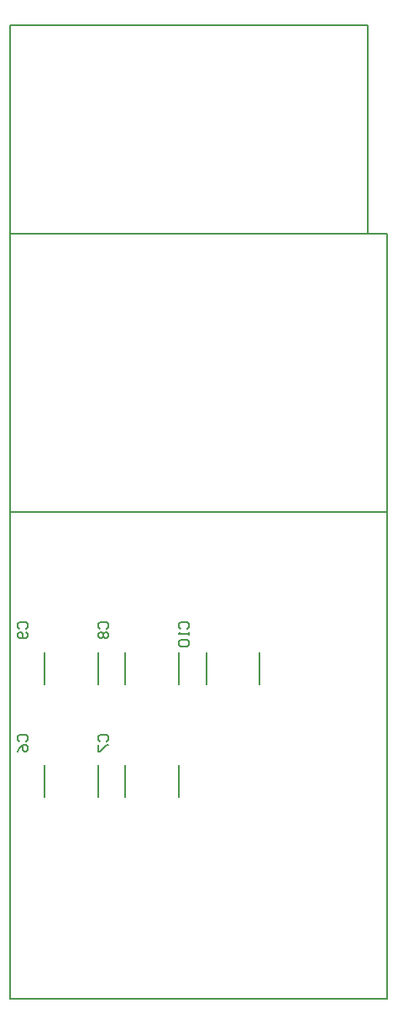
<source format=gbo>
G04*
G04 #@! TF.GenerationSoftware,Altium Limited,Altium Designer,18.1.9 (240)*
G04*
G04 Layer_Color=32896*
%FSLAX44Y44*%
%MOMM*%
G71*
G01*
G75*
%ADD40C,0.2000*%
%ADD46C,0.1270*%
D40*
X171755Y382718D02*
X170089Y384384D01*
Y387716D01*
X171755Y389382D01*
X178420D01*
X180086Y387716D01*
Y384384D01*
X178420Y382718D01*
X180086Y379385D02*
Y376053D01*
Y377719D01*
X170089D01*
X171755Y379385D01*
Y371055D02*
X170089Y369389D01*
Y366056D01*
X171755Y364390D01*
X178420D01*
X180086Y366056D01*
Y369389D01*
X178420Y371055D01*
X171755D01*
X9195Y382718D02*
X7529Y384384D01*
Y387716D01*
X9195Y389382D01*
X15860D01*
X17526Y387716D01*
Y384384D01*
X15860Y382718D01*
Y379385D02*
X17526Y377719D01*
Y374387D01*
X15860Y372721D01*
X9195D01*
X7529Y374387D01*
Y377719D01*
X9195Y379385D01*
X10862D01*
X12528Y377719D01*
Y372721D01*
X90475Y382718D02*
X88809Y384384D01*
Y387716D01*
X90475Y389382D01*
X97140D01*
X98806Y387716D01*
Y384384D01*
X97140Y382718D01*
X90475Y379385D02*
X88809Y377719D01*
Y374387D01*
X90475Y372721D01*
X92142D01*
X93808Y374387D01*
X95474Y372721D01*
X97140D01*
X98806Y374387D01*
Y377719D01*
X97140Y379385D01*
X95474D01*
X93808Y377719D01*
X92142Y379385D01*
X90475D01*
X93808Y377719D02*
Y374387D01*
X90475Y268671D02*
X88809Y270338D01*
Y273670D01*
X90475Y275336D01*
X97140D01*
X98806Y273670D01*
Y270338D01*
X97140Y268671D01*
X88809Y265339D02*
Y258675D01*
X90475D01*
X97140Y265339D01*
X98806D01*
X9195Y268671D02*
X7529Y270338D01*
Y273670D01*
X9195Y275336D01*
X15860D01*
X17526Y273670D01*
Y270338D01*
X15860Y268671D01*
X7529Y258675D02*
X9195Y262007D01*
X12528Y265339D01*
X15860D01*
X17526Y263673D01*
Y260341D01*
X15860Y258675D01*
X14194D01*
X12528Y260341D01*
Y265339D01*
X0Y500000D02*
X380000D01*
X0Y780000D02*
X380000D01*
X0Y10000D02*
X380000D01*
Y780000D01*
X360000D02*
X380000D01*
X360000D02*
Y990000D01*
X0D02*
X360000D01*
X0Y10000D02*
Y990000D01*
D46*
X115935Y326852D02*
Y359052D01*
X169935Y326852D02*
Y359052D01*
X34655Y326852D02*
Y359052D01*
X88655Y326852D02*
Y359052D01*
X197305Y326852D02*
Y359052D01*
X251305Y326852D02*
Y359052D01*
X169845Y212702D02*
Y244902D01*
X115845Y212702D02*
Y244902D01*
X88565Y212702D02*
Y244902D01*
X34565Y212702D02*
Y244902D01*
M02*

</source>
